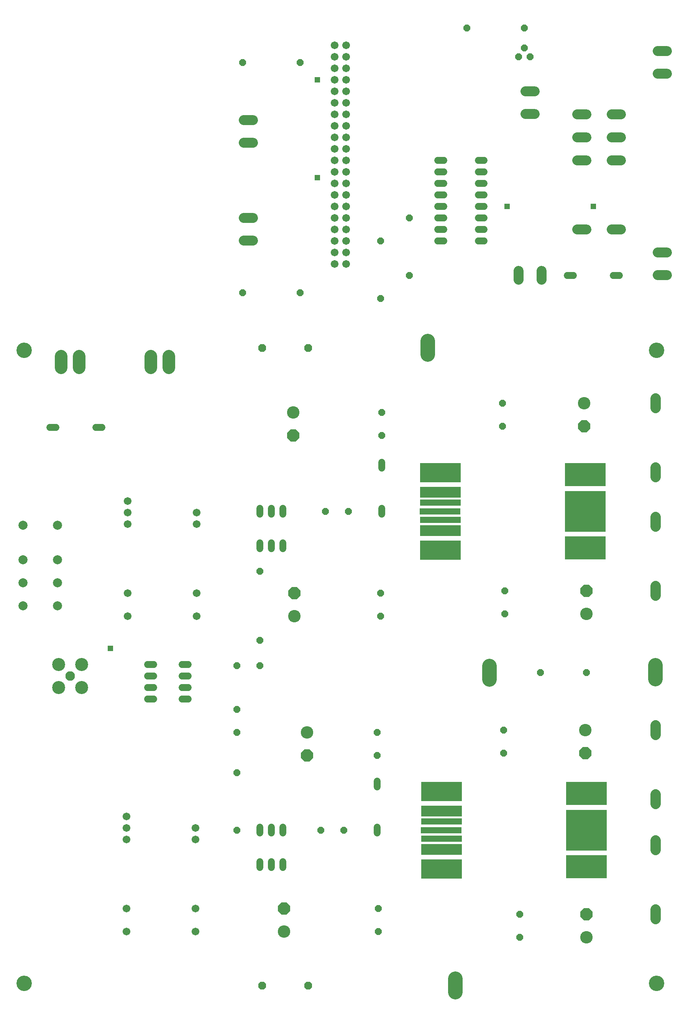
<source format=gts>
G75*
%MOIN*%
%OFA0B0*%
%FSLAX25Y25*%
%IPPOS*%
%LPD*%
%AMOC8*
5,1,8,0,0,1.08239X$1,22.5*
%
%ADD10C,0.13398*%
%ADD11C,0.10839*%
%ADD12C,0.08300*%
%ADD13C,0.11300*%
%ADD14C,0.12650*%
%ADD15OC8,0.06000*%
%ADD16C,0.06000*%
%ADD17C,0.07887*%
%ADD18C,0.09050*%
%ADD19R,0.35800X0.16800*%
%ADD20R,0.35800X0.09300*%
%ADD21R,0.35800X0.05800*%
%ADD22R,0.35800X0.20300*%
%ADD23R,0.35800X0.35800*%
%ADD24C,0.06737*%
%ADD25C,0.10800*%
%ADD26OC8,0.10800*%
%ADD27OC8,0.06800*%
%ADD28C,0.08600*%
%ADD29R,0.04762X0.04762*%
D10*
X0026000Y0027800D03*
X0026000Y0577800D03*
X0576000Y0577800D03*
X0576000Y0027800D03*
D11*
X0151795Y0562780D02*
X0151795Y0572820D01*
X0136205Y0572820D02*
X0136205Y0562780D01*
X0073795Y0562780D02*
X0073795Y0572820D01*
X0058205Y0572820D02*
X0058205Y0562780D01*
D12*
X0066000Y0294800D03*
D13*
X0055961Y0284761D03*
X0055961Y0304839D03*
X0076039Y0304839D03*
X0076039Y0284761D03*
D14*
X0377000Y0573875D02*
X0377000Y0585725D01*
X0430700Y0303525D02*
X0430700Y0291675D01*
X0575000Y0292175D02*
X0575000Y0304025D01*
X0401000Y0031725D02*
X0401000Y0019875D01*
D15*
X0457000Y0067800D03*
X0457000Y0087800D03*
X0443000Y0227800D03*
X0443000Y0247800D03*
X0475000Y0297800D03*
X0444000Y0348800D03*
X0444000Y0368800D03*
X0515000Y0297800D03*
X0442000Y0511800D03*
X0442000Y0531800D03*
X0361000Y0642800D03*
X0336000Y0622800D03*
X0336000Y0672800D03*
X0361000Y0692800D03*
X0266000Y0627800D03*
X0216000Y0627800D03*
X0337000Y0523800D03*
X0337000Y0503800D03*
X0308000Y0437800D03*
X0288000Y0437800D03*
X0336000Y0366800D03*
X0336000Y0346800D03*
X0333000Y0245800D03*
X0333000Y0225800D03*
X0304000Y0160800D03*
X0284000Y0160800D03*
X0334000Y0092800D03*
X0334000Y0072800D03*
X0211000Y0160800D03*
X0211000Y0210800D03*
X0211000Y0245800D03*
X0211000Y0265800D03*
X0211000Y0303800D03*
X0231000Y0303800D03*
X0231000Y0325800D03*
X0231000Y0385800D03*
X0216000Y0827800D03*
X0266000Y0827800D03*
X0411000Y0857800D03*
X0456000Y0832800D03*
X0461000Y0840300D03*
X0466000Y0832800D03*
X0461000Y0857800D03*
D16*
X0426200Y0742800D02*
X0421000Y0742800D01*
X0421000Y0732800D02*
X0426200Y0732800D01*
X0426200Y0722800D02*
X0421000Y0722800D01*
X0421000Y0712800D02*
X0426200Y0712800D01*
X0426200Y0702800D02*
X0421000Y0702800D01*
X0421000Y0692800D02*
X0426200Y0692800D01*
X0426200Y0682800D02*
X0421000Y0682800D01*
X0421000Y0672800D02*
X0426200Y0672800D01*
X0391000Y0672800D02*
X0385800Y0672800D01*
X0385800Y0682800D02*
X0391000Y0682800D01*
X0391000Y0692800D02*
X0385800Y0692800D01*
X0385800Y0702800D02*
X0391000Y0702800D01*
X0391000Y0712800D02*
X0385800Y0712800D01*
X0385800Y0722800D02*
X0391000Y0722800D01*
X0391000Y0732800D02*
X0385800Y0732800D01*
X0385800Y0742800D02*
X0391000Y0742800D01*
X0498400Y0642800D02*
X0503600Y0642800D01*
X0538400Y0642800D02*
X0543600Y0642800D01*
X0337000Y0480400D02*
X0337000Y0475200D01*
X0337000Y0440400D02*
X0337000Y0435200D01*
X0251000Y0435200D02*
X0251000Y0440400D01*
X0241000Y0440400D02*
X0241000Y0435200D01*
X0231000Y0435200D02*
X0231000Y0440400D01*
X0231000Y0410400D02*
X0231000Y0405200D01*
X0241000Y0405200D02*
X0241000Y0410400D01*
X0251000Y0410400D02*
X0251000Y0405200D01*
X0168600Y0304800D02*
X0163400Y0304800D01*
X0163400Y0294800D02*
X0168600Y0294800D01*
X0168600Y0284800D02*
X0163400Y0284800D01*
X0163400Y0274800D02*
X0168600Y0274800D01*
X0138600Y0274800D02*
X0133400Y0274800D01*
X0133400Y0284800D02*
X0138600Y0284800D01*
X0138600Y0294800D02*
X0133400Y0294800D01*
X0133400Y0304800D02*
X0138600Y0304800D01*
X0231000Y0163400D02*
X0231000Y0158200D01*
X0241000Y0158200D02*
X0241000Y0163400D01*
X0251000Y0163400D02*
X0251000Y0158200D01*
X0251000Y0133400D02*
X0251000Y0128200D01*
X0241000Y0128200D02*
X0241000Y0133400D01*
X0231000Y0133400D02*
X0231000Y0128200D01*
X0333000Y0158200D02*
X0333000Y0163400D01*
X0333000Y0198200D02*
X0333000Y0203400D01*
X0093600Y0510800D02*
X0088400Y0510800D01*
X0053600Y0510800D02*
X0048400Y0510800D01*
D17*
X0055000Y0425800D03*
X0055000Y0395800D03*
X0055000Y0375800D03*
X0055000Y0355800D03*
X0025000Y0355800D03*
X0025000Y0375800D03*
X0025000Y0395800D03*
X0025000Y0425800D03*
D18*
X0575000Y0424675D02*
X0575000Y0432925D01*
X0575000Y0467675D02*
X0575000Y0475925D01*
X0575000Y0527675D02*
X0575000Y0535925D01*
X0575000Y0372925D02*
X0575000Y0364675D01*
X0575000Y0251925D02*
X0575000Y0243675D01*
X0575000Y0191925D02*
X0575000Y0183675D01*
X0575000Y0151925D02*
X0575000Y0143675D01*
X0575000Y0091925D02*
X0575000Y0083675D01*
D19*
X0389100Y0127000D03*
X0389000Y0194400D03*
X0388100Y0404000D03*
X0388000Y0471400D03*
D20*
X0388100Y0454500D03*
X0387900Y0420900D03*
X0389100Y0177500D03*
X0388900Y0143900D03*
D21*
X0388900Y0153500D03*
X0388700Y0160800D03*
X0389200Y0168200D03*
X0387900Y0430500D03*
X0387700Y0437800D03*
X0388200Y0445200D03*
D22*
X0514200Y0469700D03*
X0514200Y0406100D03*
X0515200Y0192700D03*
X0515200Y0129100D03*
D23*
X0515050Y0160750D03*
X0514050Y0437750D03*
D24*
X0306000Y0652800D03*
X0306000Y0662800D03*
X0306000Y0672800D03*
X0306000Y0682800D03*
X0306000Y0692800D03*
X0306000Y0702800D03*
X0306000Y0712800D03*
X0306000Y0722800D03*
X0306000Y0732800D03*
X0306000Y0742800D03*
X0306000Y0752800D03*
X0306000Y0762800D03*
X0306000Y0772800D03*
X0306000Y0782800D03*
X0306000Y0792800D03*
X0306000Y0802800D03*
X0306000Y0812800D03*
X0306000Y0822800D03*
X0306000Y0832800D03*
X0306000Y0842800D03*
X0296000Y0842800D03*
X0296000Y0832800D03*
X0296000Y0822800D03*
X0296000Y0812800D03*
X0296000Y0802800D03*
X0296000Y0792800D03*
X0296000Y0782800D03*
X0296000Y0772800D03*
X0296000Y0762800D03*
X0296000Y0752800D03*
X0296000Y0742800D03*
X0296000Y0732800D03*
X0296000Y0722800D03*
X0296000Y0712800D03*
X0296000Y0702800D03*
X0296000Y0692800D03*
X0296000Y0682800D03*
X0296000Y0672800D03*
X0296000Y0662800D03*
X0296000Y0652800D03*
X0176000Y0436800D03*
X0176000Y0426800D03*
X0176000Y0366800D03*
X0176000Y0346800D03*
X0116000Y0346800D03*
X0116000Y0366800D03*
X0116000Y0426800D03*
X0116000Y0436800D03*
X0116000Y0446800D03*
X0115000Y0172800D03*
X0115000Y0162800D03*
X0115000Y0152800D03*
X0115000Y0092800D03*
X0115000Y0072800D03*
X0175000Y0072800D03*
X0175000Y0092800D03*
X0175000Y0152800D03*
X0175000Y0162800D03*
D25*
X0252000Y0072800D03*
X0272000Y0245800D03*
X0261000Y0346800D03*
X0260000Y0523800D03*
X0513000Y0531800D03*
X0515000Y0348800D03*
X0514000Y0247800D03*
X0515000Y0067800D03*
D26*
X0515000Y0087800D03*
X0514000Y0227800D03*
X0515000Y0368800D03*
X0513000Y0511800D03*
X0272000Y0225800D03*
X0252000Y0092800D03*
X0261000Y0366800D03*
X0260000Y0503800D03*
D27*
X0273000Y0579800D03*
X0233000Y0579800D03*
X0233000Y0025800D03*
X0273000Y0025800D03*
D28*
X0456200Y0638900D02*
X0456200Y0646700D01*
X0475900Y0646700D02*
X0475900Y0638900D01*
X0507100Y0682800D02*
X0514900Y0682800D01*
X0537100Y0682800D02*
X0544900Y0682800D01*
X0577100Y0662700D02*
X0584900Y0662700D01*
X0584900Y0643000D02*
X0577100Y0643000D01*
X0544900Y0742800D02*
X0537100Y0742800D01*
X0537100Y0762800D02*
X0544900Y0762800D01*
X0544900Y0782800D02*
X0537100Y0782800D01*
X0514900Y0782800D02*
X0507100Y0782800D01*
X0507100Y0762800D02*
X0514900Y0762800D01*
X0514900Y0742800D02*
X0507100Y0742800D01*
X0469900Y0782900D02*
X0462100Y0782900D01*
X0462100Y0802600D02*
X0469900Y0802600D01*
X0577100Y0817900D02*
X0584900Y0817900D01*
X0584900Y0837600D02*
X0577100Y0837600D01*
X0224900Y0777700D02*
X0217100Y0777700D01*
X0217100Y0758000D02*
X0224900Y0758000D01*
X0224900Y0692700D02*
X0217100Y0692700D01*
X0217100Y0673000D02*
X0224900Y0673000D01*
D29*
X0281000Y0727800D03*
X0281000Y0812800D03*
X0446000Y0702800D03*
X0521000Y0702800D03*
X0101000Y0318800D03*
M02*

</source>
